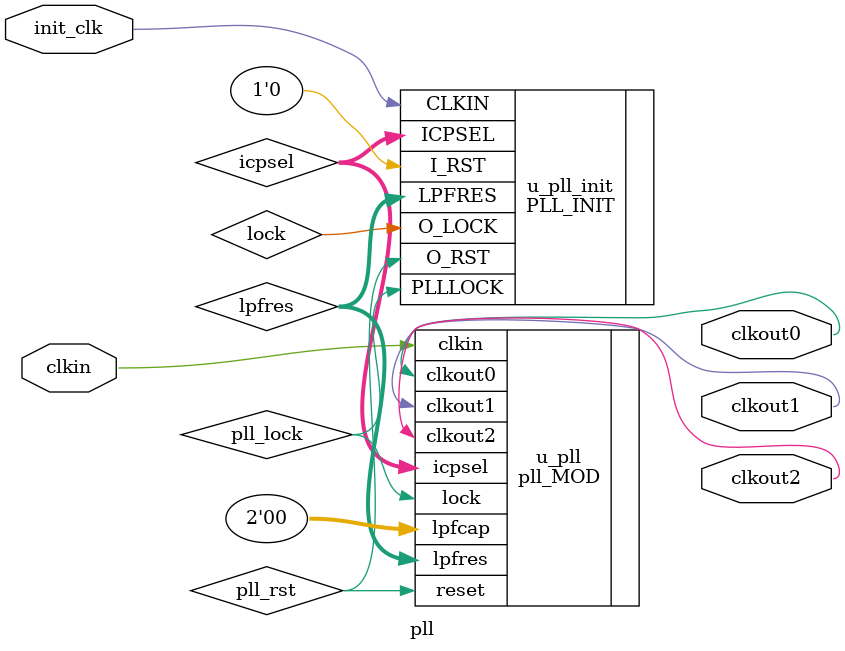
<source format=v>
module pll(
    clkin,
    init_clk,
    clkout0,
    clkout1,
    clkout2
);


input clkin;
input init_clk;
output clkout0;
output clkout1;
output clkout2;
wire lock;
wire [5:0] icpsel;
wire [2:0] lpfres;
wire pll_lock;
wire pll_rst;


    pll_MOD u_pll(
        .clkout1(clkout1),
        .clkout2(clkout2),
        .clkout0(clkout0),
        .lock(pll_lock),
        .clkin(clkin),
        .reset(pll_rst),
        .icpsel(icpsel),
        .lpfres(lpfres),
        .lpfcap(2'b00)
    );


    PLL_INIT u_pll_init(
        .CLKIN(init_clk),
        .I_RST(1'b0),
        .O_RST(pll_rst),
        .PLLLOCK(pll_lock),
        .O_LOCK(lock),
        .ICPSEL(icpsel),
        .LPFRES(lpfres)
    );
    defparam u_pll_init.CLK_PERIOD = 20;
    defparam u_pll_init.MULTI_FAC = 22;


endmodule

</source>
